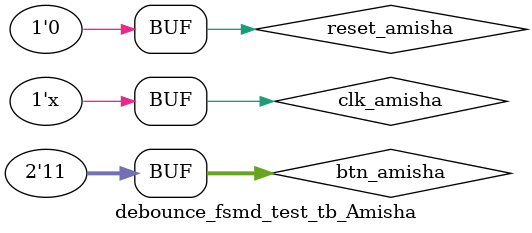
<source format=v>
`timescale 1ns / 1ps


module debounce_fsmd_test_tb_Amisha;
	// Inputs
	reg clk_amisha;
	reg reset_amisha;
	reg [1:0] btn_amisha;
	// Outputs
	wire [3:0] an_amisha;
	wire [7:0] sseg_amisha;
	// Instantiate the Unit Under Test (UUT)
	debounce_fsmd_test_Amisha uut (
		.clk_amisha(clk_amisha), 
		.reset_amisha(reset_amisha), 
		.btn_amisha(btn_amisha), 
		.an_amisha(an_amisha), 
		.sseg_amisha(sseg_amisha)
	);
	initial begin
		clk_amisha = 0;
		reset_amisha = 1;
		btn_amisha = 0;
		#200;
		reset_amisha = 0;
		btn_amisha = 2'b00;
		#200;
		btn_amisha = 2'b01;
		#200;
		btn_amisha = 2'b10;
		#200;
		btn_amisha = 2'b11;
		#200;
	end
always #100 clk_amisha = ~clk_amisha;      
endmodule


</source>
